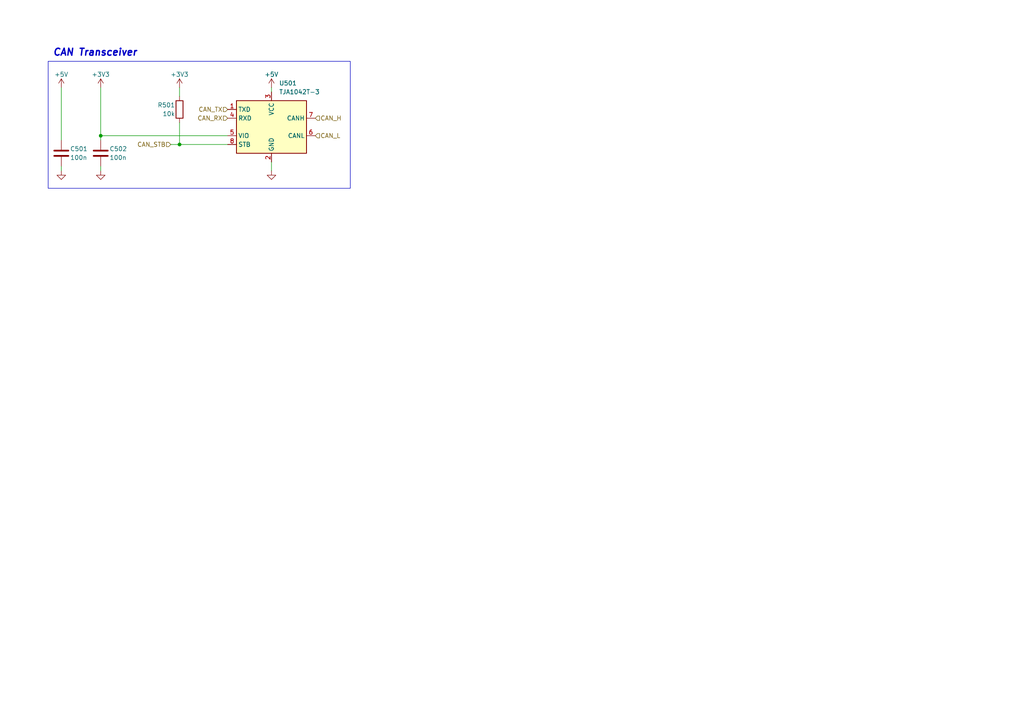
<source format=kicad_sch>
(kicad_sch (version 20230121) (generator eeschema)
  (paper "A4")
  (lib_symbols
    (symbol "Device:C" (pin_numbers hide) (pin_names (offset 0.254))
      (property "Reference" "C" (at 0.635 2.54 0))
      (property "Value" "C" (at 0.635 -2.54 0))
      (symbol "C_0_1"
        (polyline (pts (xy -2.032 -0.762) (xy 2.032 -0.762)) (stroke (width 0.508)))
        (polyline (pts (xy -2.032 0.762) (xy 2.032 0.762)) (stroke (width 0.508)))
      )
      (symbol "C_1_1"
        (pin passive line (at 0 3.81 270) (length 2.794) (name "~") (number "1"))
        (pin passive line (at 0 -3.81 90) (length 2.794) (name "~") (number "2"))
      )
    )
    (symbol "Device:R" (pin_numbers hide) (pin_names (offset 0))
      (property "Reference" "R" (at 2.032 0 90))
      (property "Value" "R" (at 0 0 90))
      (symbol "R_0_1"
        (rectangle (start -1.016 -2.54) (end 1.016 2.54) (stroke (width 0.254)))
      )
      (symbol "R_1_1"
        (pin passive line (at 0 3.81 270) (length 1.27) (name "~") (number "1"))
        (pin passive line (at 0 -3.81 90) (length 1.27) (name "~") (number "2"))
      )
    )
    (symbol "Interface_CAN_LIN:TJA1042T-3"
      (property "Reference" "U" (at -10.16 8.89 0))
      (property "Value" "TJA1042T-3" (at 1.27 8.89 0))
      (symbol "TJA1042T-3_0_1"
        (rectangle (start -10.16 7.62) (end 10.16 -7.62) (stroke (width 0.254)) (fill (type background)))
      )
      (symbol "TJA1042T-3_1_1"
        (pin input line (at -12.7 5.08 0) (length 2.54) (name "TXD") (number "1"))
        (pin power_in line (at 0 -10.16 90) (length 2.54) (name "GND") (number "2"))
        (pin power_in line (at 0 10.16 270) (length 2.54) (name "VCC") (number "3"))
        (pin output line (at -12.7 2.54 0) (length 2.54) (name "RXD") (number "4"))
        (pin power_in line (at -12.7 -2.54 0) (length 2.54) (name "VIO") (number "5"))
        (pin bidirectional line (at 12.7 -2.54 180) (length 2.54) (name "CANL") (number "6"))
        (pin bidirectional line (at 12.7 2.54 180) (length 2.54) (name "CANH") (number "7"))
        (pin input line (at -12.7 -5.08 0) (length 2.54) (name "STB") (number "8"))
      )
    )
    (symbol "power:+3V3" (power) (pin_names (offset 0))
      (property "Value" "+3V3" (at 0 3.556 0))
      (symbol "+3V3_0_1"
        (polyline (pts (xy -0.762 1.27) (xy 0 2.54)))
        (polyline (pts (xy 0 0) (xy 0 2.54)))
        (polyline (pts (xy 0 2.54) (xy 0.762 1.27)))
      )
      (symbol "+3V3_1_1"
        (pin power_in line (at 0 0 90) (length 0) hide (name "+3V3") (number "1"))
      )
    )
    (symbol "power:+5V" (power) (pin_names (offset 0))
      (property "Value" "+5V" (at 0 3.556 0))
      (symbol "+5V_0_1"
        (polyline (pts (xy -0.762 1.27) (xy 0 2.54)))
        (polyline (pts (xy 0 0) (xy 0 2.54)))
        (polyline (pts (xy 0 2.54) (xy 0.762 1.27)))
      )
      (symbol "+5V_1_1"
        (pin power_in line (at 0 0 90) (length 0) hide (name "+5V") (number "1"))
      )
    )
    (symbol "power:GND" (power) (pin_names (offset 0))
      (property "Value" "GND" (at 0 -3.81 0))
      (symbol "GND_0_1"
        (polyline (pts (xy 0 0) (xy 0 -1.27) (xy 1.27 -1.27) (xy 0 -2.54) (xy -1.27 -1.27) (xy 0 -1.27)))
      )
      (symbol "GND_1_1"
        (pin power_in line (at 0 0 270) (length 0) hide (name "GND") (number "1"))
      )
    )
  )
  (junction (at 52.07 41.91))
  (junction (at 29.21 39.37))
  (wire (pts (xy 78.74 49.53) (xy 78.74 46.99)))
  (wire (pts (xy 29.21 25.4) (xy 29.21 39.37)))
  (wire (pts (xy 29.21 48.26) (xy 29.21 49.53)))
  (wire (pts (xy 17.78 25.4) (xy 17.78 40.64)))
  (wire (pts (xy 29.21 39.37) (xy 66.04 39.37)))
  (wire (pts (xy 17.78 48.26) (xy 17.78 49.53)))
  (wire (pts (xy 49.53 41.91) (xy 52.07 41.91)))
  (wire (pts (xy 78.74 25.4) (xy 78.74 26.67)))
  (wire (pts (xy 29.21 39.37) (xy 29.21 40.64)))
  (wire (pts (xy 52.07 35.56) (xy 52.07 41.91)))
  (wire (pts (xy 52.07 25.4) (xy 52.07 27.94)))
  (wire (pts (xy 52.07 41.91) (xy 66.04 41.91)))
  (rectangle (start 13.97 17.78) (end 101.6 54.61))
  (text "CAN Transceiver" (at 15.24 16.51 0) (effects (font (size 2 2) (thickness 0.4) bold italic) (justify left bottom)))
  (hierarchical_label "CAN_TX" (shape input) (at 66.04 31.75 180))
  (hierarchical_label "CAN_RX" (shape input) (at 66.04 34.29 180))
  (hierarchical_label "CAN_H" (shape input) (at 91.44 34.29 0))
  (hierarchical_label "CAN_L" (shape input) (at 91.44 39.37 0))
  (hierarchical_label "CAN_STB" (shape input) (at 49.53 41.91 180))
  (symbol (lib_id "Device:C") (at 17.78 44.45 0) (unit 1)
    (property "Reference" "C501" (at 20.32 43.18 0) (effects (justify left)))
    (property "Value" "100n" (at 20.32 45.72 0) (effects (justify left)))
    (property "Footprint" "Capacitor_SMD:C_0603_1608Metric" (effects hide))
    (property "LCSC" "C57112" (effects hide))
    (instances (project "bigger-brain" (path "" (reference "C501") (unit 1)) (path "" (reference "C601") (unit 1)) (path "" (reference "C701") (unit 1))))
  )
  (symbol (lib_id "power:GND") (at 78.74 49.53 0) (unit 1)
    (property "Reference" "#PWR0507" (effects hide))
    (property "Value" "GND" (effects hide))
    (instances (project "bigger-brain" (path "" (reference "#PWR0507") (unit 1)) (path "" (reference "#PWR0607") (unit 1)) (path "" (reference "#PWR0707") (unit 1))))
  )
  (symbol (lib_id "Interface_CAN_LIN:TJA1042T-3") (at 78.74 36.83 0) (unit 1)
    (property "Reference" "U501" (at 80.9341 24.13 0) (effects (justify left)))
    (property "Value" "TJA1042T-3" (at 80.9341 26.67 0) (effects (justify left)))
    (property "Footprint" "Package_SO:SOIC-8_3.9x4.9mm_P1.27mm" (effects hide))
    (property "Datasheet" "http://www.nxp.com/docs/en/data-sheet/TJA1042.pdf" (effects hide))
    (property "LCSC" "C132227" (effects hide))
    (instances (project "bigger-brain" (path "" (reference "U501") (unit 1)) (path "" (reference "U601") (unit 1)) (path "" (reference "U701") (unit 1))))
  )
  (symbol (lib_id "power:+5V") (at 17.78 25.4 0) (unit 1)
    (property "Reference" "#PWR0501" (effects hide))
    (property "Value" "+5V" (at 17.78 21.59 0))
    (instances (project "bigger-brain" (path "" (reference "#PWR0501") (unit 1)) (path "" (reference "#PWR0601") (unit 1)) (path "" (reference "#PWR0701") (unit 1))))
  )
  (symbol (lib_id "power:+5V") (at 78.74 25.4 0) (unit 1)
    (property "Reference" "#PWR0504" (effects hide))
    (property "Value" "+5V" (at 78.74 21.59 0))
    (instances (project "bigger-brain" (path "" (reference "#PWR0504") (unit 1)) (path "" (reference "#PWR0604") (unit 1)) (path "" (reference "#PWR0704") (unit 1))))
  )
  (symbol (lib_id "power:+3V3") (at 29.21 25.4 0) (unit 1)
    (property "Reference" "#PWR0502" (effects hide))
    (property "Value" "+3V3" (at 29.21 21.59 0))
    (instances (project "bigger-brain" (path "" (reference "#PWR0502") (unit 1)) (path "" (reference "#PWR0602") (unit 1)) (path "" (reference "#PWR0702") (unit 1))))
  )
  (symbol (lib_id "power:GND") (at 29.21 49.53 0) (unit 1)
    (property "Reference" "#PWR0506" (effects hide))
    (property "Value" "GND" (effects hide))
    (instances (project "bigger-brain" (path "" (reference "#PWR0506") (unit 1)) (path "" (reference "#PWR0606") (unit 1)) (path "" (reference "#PWR0706") (unit 1))))
  )
  (symbol (lib_id "Device:R") (at 52.07 31.75 0) (mirror y) (unit 1)
    (property "Reference" "R501" (at 50.8 30.48 0) (effects (justify left)))
    (property "Value" "10k" (at 50.8 33.02 0) (effects (justify left)))
    (property "Footprint" "Resistor_SMD:R_0603_1608Metric" (effects hide))
    (property "LCSC" "C25804" (effects hide))
    (instances (project "bigger-brain" (path "" (reference "R501") (unit 1)) (path "" (reference "R601") (unit 1)) (path "" (reference "R701") (unit 1))))
  )
  (symbol (lib_id "power:GND") (at 17.78 49.53 0) (unit 1)
    (property "Reference" "#PWR0505" (effects hide))
    (property "Value" "GND" (effects hide))
    (instances (project "bigger-brain" (path "" (reference "#PWR0505") (unit 1)) (path "" (reference "#PWR0605") (unit 1)) (path "" (reference "#PWR0705") (unit 1))))
  )
  (symbol (lib_id "Device:C") (at 29.21 44.45 0) (unit 1)
    (property "Reference" "C502" (at 31.75 43.18 0) (effects (justify left)))
    (property "Value" "100n" (at 31.75 45.72 0) (effects (justify left)))
    (property "Footprint" "Capacitor_SMD:C_0603_1608Metric" (effects hide))
    (property "LCSC" "C57112" (effects hide))
    (instances (project "bigger-brain" (path "" (reference "C502") (unit 1)) (path "" (reference "C602") (unit 1)) (path "" (reference "C702") (unit 1))))
  )
  (symbol (lib_id "power:+3V3") (at 52.07 25.4 0) (unit 1)
    (property "Reference" "#PWR0503" (effects hide))
    (property "Value" "+3V3" (at 52.07 21.59 0))
    (instances (project "bigger-brain" (path "" (reference "#PWR0503") (unit 1)) (path "" (reference "#PWR0603") (unit 1)) (path "" (reference "#PWR0703") (unit 1))))
  )
)
</source>
